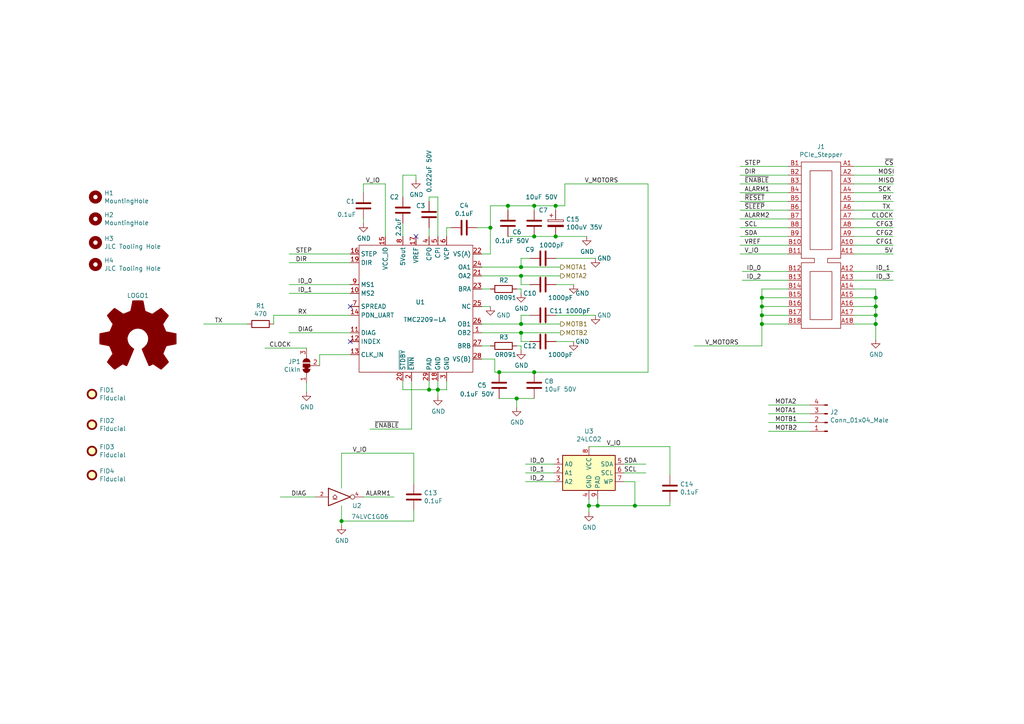
<source format=kicad_sch>
(kicad_sch (version 20201015) (generator eeschema)
  (paper "A4")
  (lib_symbols
    (symbol "24lc02:24LC02"
      (property "Reference" "U" (at -6.35 6.35 0))
      (property "Value" "24LC02" (at 1.27 6.35 0))
      (symbol "24LC02_1_1"
        (rectangle (start -7.62 5.08) (end 7.62 -5.08) (stroke (width 0.254)) (fill (type background)))
        (pin input line (at -10.16 2.54 0) (length 2.54) (name "A0") (number "1"))
        (pin input line (at -10.16 0 0) (length 2.54) (name "A1") (number "2"))
        (pin input line (at -10.16 -2.54 0) (length 2.54) (name "A2") (number "3"))
        (pin power_in line (at 0 -7.62 90) (length 2.54) (name "GND") (number "4"))
        (pin bidirectional line (at 10.16 2.54 180) (length 2.54) (name "SDA") (number "5"))
        (pin input line (at 10.16 0 180) (length 2.54) (name "SCL") (number "6"))
        (pin input line (at 10.16 -2.54 180) (length 2.54) (name "WP") (number "7"))
        (pin power_in line (at 0 7.62 270) (length 2.54) (name "VCC") (number "8"))
        (pin power_in line (at 2.54 -7.62 90) (length 2.54) (name "PAD") (number "9"))
      )
    )
    (symbol "Connector:Conn_01x04_Male" (pin_names hide)
      (property "Reference" "J" (at 0 5.08 0))
      (property "Value" "Conn_01x04_Male" (at 0 -7.62 0))
      (symbol "Conn_01x04_Male_1_1"
        (rectangle (start 0.8636 -4.953) (end 0 -5.207) (fill (type outline)))
        (rectangle (start 0.8636 -2.413) (end 0 -2.667) (fill (type outline)))
        (rectangle (start 0.8636 0.127) (end 0 -0.127) (fill (type outline)))
        (rectangle (start 0.8636 2.667) (end 0 2.413) (fill (type outline)))
        (polyline (pts (xy 1.27 -5.08) (xy 0.8636 -5.08)))
        (polyline (pts (xy 1.27 -2.54) (xy 0.8636 -2.54)))
        (polyline (pts (xy 1.27 0) (xy 0.8636 0)))
        (polyline (pts (xy 1.27 2.54) (xy 0.8636 2.54)))
        (pin passive line (at 5.08 2.54 180) (length 3.81) (name "Pin_1") (number "1"))
        (pin passive line (at 5.08 0 180) (length 3.81) (name "Pin_2") (number "2"))
        (pin passive line (at 5.08 -2.54 180) (length 3.81) (name "Pin_3") (number "3"))
        (pin passive line (at 5.08 -5.08 180) (length 3.81) (name "Pin_4") (number "4"))
      )
    )
    (symbol "Device:C" (pin_numbers hide) (pin_names (offset 0.254))
      (property "Reference" "C" (at 0.635 2.54 0))
      (property "Value" "C" (at 0.635 -2.54 0))
      (symbol "C_0_1"
        (polyline (pts (xy -2.032 -0.762) (xy 2.032 -0.762)) (stroke (width 0.508)))
        (polyline (pts (xy -2.032 0.762) (xy 2.032 0.762)) (stroke (width 0.508)))
      )
      (symbol "C_1_1"
        (pin passive line (at 0 3.81 270) (length 2.794) (name "~") (number "1"))
        (pin passive line (at 0 -3.81 90) (length 2.794) (name "~") (number "2"))
      )
    )
    (symbol "Device:CP" (pin_numbers hide) (pin_names (offset 0.254))
      (property "Reference" "C" (at 0.635 2.54 0))
      (property "Value" "CP" (at 0.635 -2.54 0))
      (symbol "CP_0_1"
        (rectangle (start -2.286 0.508) (end 2.286 1.016))
        (rectangle (start 2.286 -0.508) (end -2.286 -1.016) (fill (type outline)))
        (polyline (pts (xy -1.778 2.286) (xy -0.762 2.286)))
        (polyline (pts (xy -1.27 2.794) (xy -1.27 1.778)))
      )
      (symbol "CP_1_1"
        (pin passive line (at 0 3.81 270) (length 2.794) (name "~") (number "1"))
        (pin passive line (at 0 -3.81 90) (length 2.794) (name "~") (number "2"))
      )
    )
    (symbol "Device:R" (pin_numbers hide) (pin_names (offset 0))
      (property "Reference" "R" (at 2.032 0 90))
      (property "Value" "R" (at 0 0 90))
      (symbol "R_0_1"
        (rectangle (start -1.016 -2.54) (end 1.016 2.54) (stroke (width 0.254)))
      )
      (symbol "R_1_1"
        (pin passive line (at 0 3.81 270) (length 1.27) (name "~") (number "1"))
        (pin passive line (at 0 -3.81 90) (length 1.27) (name "~") (number "2"))
      )
    )
    (symbol "Graphic:Logo_Open_Hardware_Large"
      (symbol "Logo_Open_Hardware_Large_1_1"
        (polyline (pts (xy 6.731 -8.7122) (xy 6.6294 -8.6614) (xy 6.35 -8.4836) (xy 5.9944 -8.255) (xy 5.5372 -7.9502) (xy 5.1054 -7.6454) (xy 4.7498 -7.4168) (xy 4.4958 -7.239) (xy 4.3942 -7.1882) (xy 4.318 -7.2136) (xy 4.1148 -7.3152) (xy 3.81 -7.4676) (xy 3.6322 -7.5692) (xy 3.3528 -7.6708) (xy 3.2258 -7.6962) (xy 3.2004 -7.6708) (xy 3.0988 -7.4676) (xy 2.9464 -7.0866) (xy 2.7178 -6.604) (xy 2.4892 -6.0452) (xy 2.2352 -5.4356) (xy 1.9558 -4.826) (xy 1.7272 -4.2164) (xy 1.4986 -3.683) (xy 1.3208 -3.2512) (xy 1.2192 -2.9464) (xy 1.1684 -2.8194) (xy 1.1938 -2.794) (xy 1.3208 -2.667) (xy 1.5748 -2.4892) (xy 2.0828 -2.0574) (xy 2.6162 -1.397) (xy 2.921 -0.6604) (xy 3.048 0.1524) (xy 2.9464 0.9144) (xy 2.6416 1.6256) (xy 2.1336 2.286) (xy 1.524 2.7686) (xy 0.8128 3.0734) (xy 0 3.175) (xy -0.762 3.0988) (xy -1.4986 2.794) (xy -2.159 2.286) (xy -2.4384 1.9812) (xy -2.8194 1.3208) (xy -3.048 0.6096) (xy -3.0734 0.4318) (xy -3.0226 -0.3556) (xy -2.794 -1.0922) (xy -2.3876 -1.7526) (xy -1.8288 -2.3114) (xy -1.7526 -2.3622) (xy -1.4732 -2.5654) (xy -1.2954 -2.6924) (xy -1.1684 -2.8194) (xy -2.159 -5.207) (xy -2.3114 -5.588) (xy -2.5908 -6.2484) (xy -2.8194 -6.8072) (xy -3.0226 -7.2644) (xy -3.1496 -7.5692) (xy -3.2258 -7.6708) (xy -3.2258 -7.6962) (xy -3.302 -7.6962) (xy -3.4798 -7.6454) (xy -3.8354 -7.4676) (xy -4.0386 -7.366) (xy -4.2926 -7.239) (xy -4.4196 -7.1882) (xy -4.5212 -7.239) (xy -4.7498 -7.3914) (xy -5.1054 -7.6454) (xy -5.5372 -7.9248) (xy -5.9436 -8.2042) (xy -6.3246 -8.4582) (xy -6.604 -8.636) (xy -6.731 -8.7122) (xy -6.7564 -8.7122) (xy -6.858 -8.636) (xy -7.0866 -8.4582) (xy -7.4168 -8.1534) (xy -7.874 -7.6962) (xy -7.9502 -7.62) (xy -8.3312 -7.239) (xy -8.636 -6.9088) (xy -8.8392 -6.6802) (xy -8.9154 -6.5786) (xy -8.9154 -6.5786) (xy -8.8392 -6.4516) (xy -8.6614 -6.1722) (xy -8.4328 -5.7912) (xy -8.128 -5.3594) (xy -7.3152 -4.191) (xy -7.7724 -3.0988) (xy -7.8994 -2.7686) (xy -8.0772 -2.3622) (xy -8.2042 -2.0828) (xy -8.255 -1.9558) (xy -8.382 -1.905) (xy -8.6614 -1.8542) (xy -9.0932 -1.7526) (xy -9.6266 -1.651) (xy -10.1092 -1.5748) (xy -10.541 -1.4732) (xy -10.8712 -1.4224) (xy -11.0236 -1.397) (xy -11.049 -1.3716) (xy -11.0744 -1.2954) (xy -11.0998 -1.143) (xy -11.0998 -0.889) (xy -11.1252 -0.4572) (xy -11.1252 0.1524) (xy -11.1252 0.2286) (xy -11.0998 0.8128) (xy -11.0998 1.27) (xy -11.0744 1.5494) (xy -11.0744 1.6764) (xy -11.0744 1.6764) (xy -10.922 1.7018) (xy -10.6172 1.778) (xy -10.16 1.8542) (xy -9.652 1.9558) (xy -9.6012 1.9812) (xy -9.0932 2.0828) (xy -8.636 2.159) (xy -8.3312 2.2352) (xy -8.2042 2.286) (xy -8.1788 2.3114) (xy -8.0772 2.5146) (xy -7.9248 2.8448) (xy -7.747 3.2512) (xy -7.5692 3.6576) (xy -7.4168 4.0386) (xy -7.3152 4.318) (xy -7.2898 4.445) (xy -7.2898 4.445) (xy -7.366 4.572) (xy -7.5438 4.826) (xy -7.7978 5.207) (xy -8.128 5.6642) (xy -8.128 5.6896) (xy -8.4328 6.1468) (xy -8.6868 6.5278) (xy -8.8392 6.7818) (xy -8.9154 6.9088) (xy -8.9154 6.9088) (xy -8.8138 7.0358) (xy -8.5852 7.2898) (xy -8.255 7.6454) (xy -7.874 8.0264) (xy -7.747 8.1534) (xy -7.3152 8.5852) (xy -7.0104 8.8646) (xy -6.8326 8.9916) (xy -6.731 9.0424) (xy -6.731 9.0424) (xy -6.604 8.9408) (xy -6.3246 8.763) (xy -5.9436 8.509) (xy -5.4864 8.2042) (xy -5.461 8.1788) (xy -5.0038 7.874) (xy -4.6482 7.62) (xy -4.3688 7.4422) (xy -4.2672 7.3914) (xy -4.2418 7.3914) (xy -4.064 7.4422) (xy -3.7338 7.5438) (xy -3.3528 7.6962) (xy -2.9464 7.874) (xy -2.5654 8.0264) (xy -2.286 8.1534) (xy -2.159 8.2296) (xy -2.159 8.2296) (xy -2.1082 8.382) (xy -2.032 8.7122) (xy -1.9304 9.1694) (xy -1.8288 9.7282) (xy -1.8034 9.8044) (xy -1.7018 10.3378) (xy -1.6256 10.7696) (xy -1.5748 11.0744) (xy -1.524 11.2014) (xy -1.4478 11.2268) (xy -1.1938 11.2522) (xy -0.8128 11.2522) (xy -0.3302 11.2522) (xy 0.1524 11.2522) (xy 0.6604 11.2522) (xy 1.0668 11.2268) (xy 1.3716 11.2014) (xy 1.4986 11.176) (xy 1.4986 11.176) (xy 1.5494 11.0236) (xy 1.6256 10.6934) (xy 1.7018 10.2108) (xy 1.8288 9.6774) (xy 1.8288 9.5758) (xy 1.9304 9.0424) (xy 2.032 8.6106) (xy 2.0828 8.3058) (xy 2.1336 8.2042) (xy 2.159 8.1788) (xy 2.3876 8.0772) (xy 2.7432 7.9248) (xy 3.175 7.747) (xy 4.191 7.3406) (xy 5.461 8.2042) (xy 5.5626 8.2804) (xy 6.0198 8.5852) (xy 6.3754 8.8392) (xy 6.6294 8.9916) (xy 6.7564 9.0424) (xy 6.7564 9.0424) (xy 6.8834 8.9408) (xy 7.1374 8.7122) (xy 7.4676 8.382) (xy 7.8486 7.9756) (xy 8.1534 7.6962) (xy 8.4836 7.3406) (xy 8.7122 7.112) (xy 8.8392 6.9596) (xy 8.8646 6.858) (xy 8.8646 6.8072) (xy 8.7884 6.6802) (xy 8.6106 6.4008) (xy 8.3312 6.0198) (xy 8.0264 5.588) (xy 7.7978 5.207) (xy 7.5184 4.8006) (xy 7.3406 4.4958) (xy 7.2898 4.3434) (xy 7.2898 4.2926) (xy 7.3914 4.0386) (xy 7.5184 3.683) (xy 7.7216 3.2258) (xy 8.1534 2.2352) (xy 8.7884 2.1082) (xy 9.1948 2.0574) (xy 9.7536 1.9304) (xy 10.2616 1.8288) (xy 11.0998 1.6764) (xy 11.1252 -1.3208) (xy 10.9982 -1.3716) (xy 10.8712 -1.397) (xy 10.5664 -1.4732) (xy 10.1346 -1.5494) (xy 9.6266 -1.651) (xy 9.1948 -1.7272) (xy 8.7376 -1.8288) (xy 8.4328 -1.8796) (xy 8.2804 -1.905) (xy 8.255 -1.9558) (xy 8.1534 -2.159) (xy 7.9756 -2.5146) (xy 7.8232 -2.921) (xy 7.6454 -3.3274) (xy 7.493 -3.7338) (xy 7.366 -4.0132) (xy 7.3406 -4.191) (xy 7.3914 -4.2926) (xy 7.5692 -4.5466) (xy 7.7978 -4.9276) (xy 8.1026 -5.3594) (xy 8.4074 -5.7912) (xy 8.6614 -6.1722) (xy 8.8138 -6.4262) (xy 8.89 -6.5532) (xy 8.8646 -6.6548) (xy 8.6868 -6.858) (xy 8.3566 -7.1882) (xy 7.874 -7.6708) (xy 7.7978 -7.747) (xy 7.3914 -8.128) (xy 7.0612 -8.4328) (xy 6.8326 -8.636) (xy 6.731 -8.7122)) (fill (type outline)))
      )
    )
    (symbol "Jumper:SolderJumper_3_Bridged12" (pin_names (offset 0) hide)
      (property "Reference" "JP" (at -2.54 -2.54 0))
      (property "Value" "SolderJumper_3_Bridged12" (at 0 2.794 0))
      (symbol "SolderJumper_3_Bridged12_0_1"
        (arc (start -1.016 1.016) (end -1.016 -1.016) (radius (at -1.016 0) (length 1.016) (angles 90.1 -90.1)))
        (arc (start -1.016 1.016) (end -1.016 -1.016) (radius (at -1.016 0) (length 1.016) (angles 90.1 -90.1)) (fill (type outline)))
        (arc (start 1.016 -1.016) (end 1.016 1.016) (radius (at 1.016 0) (length 1.016) (angles -89.9 89.9)))
        (arc (start 1.016 -1.016) (end 1.016 1.016) (radius (at 1.016 0) (length 1.016) (angles -89.9 89.9)) (fill (type outline)))
        (rectangle (start -1.016 0.508) (end -0.508 -0.508) (fill (type outline)))
        (rectangle (start -0.508 1.016) (end 0.508 -1.016) (fill (type outline)))
        (polyline (pts (xy -2.54 0) (xy -2.032 0)))
        (polyline (pts (xy -1.016 1.016) (xy -1.016 -1.016)))
        (polyline (pts (xy 0 -1.27) (xy 0 -1.016)))
        (polyline (pts (xy 1.016 1.016) (xy 1.016 -1.016)))
        (polyline (pts (xy 2.54 0) (xy 2.032 0)))
      )
      (symbol "SolderJumper_3_Bridged12_1_1"
        (pin passive line (at -5.08 0 0) (length 2.54) (name "A") (number "1"))
        (pin input line (at 0 -3.81 90) (length 2.54) (name "C") (number "2"))
        (pin passive line (at 5.08 0 180) (length 2.54) (name "B") (number "3"))
      )
    )
    (symbol "Logic_74xgxx:74LVC1G06"
      (property "Reference" "U" (at -2.54 3.81 0))
      (property "Value" "74LVC1G06" (at 0 -3.81 0))
      (symbol "74LVC1G06_0_1"
        (polyline (pts (xy -2.54 -0.635) (xy -1.27 -0.635)))
        (polyline (pts (xy -3.81 2.54) (xy -3.81 -2.54) (xy 2.54 0) (xy -3.81 2.54)) (stroke (width 0.254)))
        (polyline (pts (xy -1.905 0.635) (xy -2.54 0) (xy -1.905 -0.635) (xy -1.27 0) (xy -1.905 0.635)))
      )
      (symbol "74LVC1G06_1_1"
        (pin input line (at -7.62 0 0) (length 3.81) (name "~") (number "2"))
        (pin power_in line (at 0 -2.54 270) (length 0) hide (name "GND") (number "3"))
        (pin open_collector inverted (at 6.35 0 180) (length 3.81) (name "~") (number "4"))
        (pin power_in line (at 0 2.54 90) (length 0) hide (name "VCC") (number "5"))
      )
    )
    (symbol "Mechanical:Fiducial"
      (property "Reference" "FID" (at 0 5.08 0))
      (property "Value" "Fiducial" (at 0 3.175 0))
      (symbol "Fiducial_0_1"
        (circle (center 0 0) (radius 1.27) (stroke (width 0.508)) (fill (type background)))
      )
    )
    (symbol "Mechanical:MountingHole"
      (property "Reference" "H" (at 0 5.08 0))
      (property "Value" "MountingHole" (at 0 3.175 0))
      (symbol "MountingHole_0_1"
        (circle (center 0 0) (radius 1.27) (stroke (width 1.27)))
      )
    )
    (symbol "power:GND" (power) (pin_names (offset 0))
      (property "Value" "GND" (at 0 -3.81 0))
      (symbol "GND_0_1"
        (polyline (pts (xy 0 0) (xy 0 -1.27) (xy 1.27 -1.27) (xy 0 -2.54) (xy -1.27 -1.27) (xy 0 -1.27)))
      )
      (symbol "GND_1_1"
        (pin power_in line (at 0 0 270) (length 0) hide (name "GND") (number "1"))
      )
    )
    (symbol "stp_conn_v2:PCIe_Stepper"
      (property "Reference" "J" (at 0 12.7 0))
      (property "Value" "PCIe_Stepper" (at 1.27 29.21 0))
      (symbol "PCIe_Stepper_0_1"
        (rectangle (start -2.54 -3.81) (end 3.81 -17.78))
        (rectangle (start -2.54 25.4) (end 3.81 2.54))
        (polyline (pts (xy -5.08 27.94) (xy 6.35 27.94) (xy 6.35 0) (xy 2.54 0) (xy 2.54 -1.27) (xy 6.35 -1.27) (xy 6.35 -20.32) (xy -5.08 -20.32) (xy -5.08 -1.27) (xy -1.27 -1.27) (xy -1.27 0) (xy -5.08 0) (xy -5.08 27.94)))
      )
      (symbol "PCIe_Stepper_1_1"
        (pin unspecified line (at 10.16 26.67 180) (length 3.81) (name "~") (number "A1"))
        (pin unspecified line (at 10.16 3.81 180) (length 3.81) (name "~") (number "A10"))
        (pin unspecified line (at 10.16 1.27 180) (length 3.81) (name "~") (number "A11"))
        (pin unspecified line (at 10.16 -3.81 180) (length 3.81) (name "~") (number "A12"))
        (pin unspecified line (at 10.16 -6.35 180) (length 3.81) (name "~") (number "A13"))
        (pin unspecified line (at 10.16 -8.89 180) (length 3.81) (name "~") (number "A14"))
        (pin unspecified line (at 10.16 -11.43 180) (length 3.81) (name "~") (number "A15"))
        (pin unspecified line (at 10.16 -13.97 180) (length 3.81) (name "~") (number "A16"))
        (pin unspecified line (at 10.16 -16.51 180) (length 3.81) (name "~") (number "A17"))
        (pin unspecified line (at 10.16 -19.05 180) (length 3.81) (name "~") (number "A18"))
        (pin unspecified line (at 10.16 24.13 180) (length 3.81) (name "~") (number "A2"))
        (pin unspecified line (at 10.16 21.59 180) (length 3.81) (name "~") (number "A3"))
        (pin unspecified line (at 10.16 19.05 180) (length 3.81) (name "~") (number "A4"))
        (pin unspecified line (at 10.16 16.51 180) (length 3.81) (name "~") (number "A5"))
        (pin unspecified line (at 10.16 13.97 180) (length 3.81) (name "~") (number "A6"))
        (pin unspecified line (at 10.16 11.43 180) (length 3.81) (name "~") (number "A7"))
        (pin unspecified line (at 10.16 8.89 180) (length 3.81) (name "~") (number "A8"))
        (pin unspecified line (at 10.16 6.35 180) (length 3.81) (name "~") (number "A9"))
        (pin unspecified line (at -8.89 26.67 0) (length 3.81) (name "~") (number "B1"))
        (pin unspecified line (at -8.89 3.81 0) (length 3.81) (name "~") (number "B10"))
        (pin unspecified line (at -8.89 1.27 0) (length 3.81) (name "~") (number "B11"))
        (pin unspecified line (at -8.89 -3.81 0) (length 3.81) (name "~") (number "B12"))
        (pin unspecified line (at -8.89 -6.35 0) (length 3.81) (name "~") (number "B13"))
        (pin unspecified line (at -8.89 -8.89 0) (length 3.81) (name "~") (number "B14"))
        (pin unspecified line (at -8.89 -11.43 0) (length 3.81) (name "~") (number "B15"))
        (pin unspecified line (at -8.89 -13.97 0) (length 3.81) (name "~") (number "B16"))
        (pin unspecified line (at -8.89 -16.51 0) (length 3.81) (name "~") (number "B17"))
        (pin unspecified line (at -8.89 -19.05 0) (length 3.81) (name "~") (number "B18"))
        (pin unspecified line (at -8.89 24.13 0) (length 3.81) (name "~") (number "B2"))
        (pin unspecified line (at -8.89 21.59 0) (length 3.81) (name "~") (number "B3"))
        (pin unspecified line (at -8.89 19.05 0) (length 3.81) (name "~") (number "B4"))
        (pin unspecified line (at -8.89 16.51 0) (length 3.81) (name "~") (number "B5"))
        (pin unspecified line (at -8.89 13.97 0) (length 3.81) (name "~") (number "B6"))
        (pin unspecified line (at -8.89 11.43 0) (length 3.81) (name "~") (number "B7"))
        (pin unspecified line (at -8.89 8.89 0) (length 3.81) (name "~") (number "B8"))
        (pin unspecified line (at -8.89 6.35 0) (length 3.81) (name "~") (number "B9"))
      )
    )
    (symbol "tmc2209:TMC2209-LA"
      (property "Reference" "U" (at -2.54 6.35 0))
      (property "Value" "TMC2209-LA" (at 2.54 -6.35 0))
      (symbol "TMC2209-LA_0_0"
        (rectangle (start -16.51 19.05) (end 16.51 -17.78))
      )
      (symbol "TMC2209-LA_1_1"
        (pin output line (at 19.05 -6.35 180) (length 2.54) (name "OB2") (number "1"))
        (pin input line (at -19.05 5.08 0) (length 2.54) (name "MS2") (number "10"))
        (pin output line (at -19.05 -6.35 0) (length 2.54) (name "DIAG") (number "11"))
        (pin output line (at -19.05 -8.89 0) (length 2.54) (name "INDEX") (number "12"))
        (pin power_in line (at -19.05 -12.7 0) (length 2.54) (name "CLK_IN") (number "13"))
        (pin bidirectional line (at -19.05 -1.27 0) (length 2.54) (name "PDN_UART") (number "14"))
        (pin power_in line (at -8.89 21.59 270) (length 2.54) (name "VCC_IO") (number "15"))
        (pin input line (at -19.05 16.51 0) (length 2.54) (name "STEP") (number "16"))
        (pin passive line (at 0 21.59 270) (length 2.54) (name "VREF") (number "17"))
        (pin passive line (at 6.35 -20.32 90) (length 2.54) (name "GND") (number "18"))
        (pin input line (at -19.05 13.97 0) (length 2.54) (name "DIR") (number "19"))
        (pin input line (at -1.27 -20.32 90) (length 2.54) (name "~ENN") (number "2"))
        (pin input line (at -3.81 -20.32 90) (length 2.54) (name "~STDBY") (number "20"))
        (pin output line (at 19.05 10.16 180) (length 2.54) (name "OA2") (number "21"))
        (pin power_in line (at 19.05 16.51 180) (length 2.54) (name "VS(A)") (number "22"))
        (pin input line (at 19.05 6.35 180) (length 2.54) (name "BRA") (number "23"))
        (pin output line (at 19.05 12.7 180) (length 2.54) (name "OA1") (number "24"))
        (pin passive line (at 19.05 1.27 180) (length 2.54) (name "NC") (number "25"))
        (pin output line (at 19.05 -3.81 180) (length 2.54) (name "OB1") (number "26"))
        (pin input line (at 19.05 -10.16 180) (length 2.54) (name "BRB") (number "27"))
        (pin power_in line (at 19.05 -13.97 180) (length 2.54) (name "VS(B)") (number "28"))
        (pin passive line (at 3.81 -20.32 90) (length 2.54) (name "PAD") (number "29"))
        (pin passive line (at 8.89 -20.32 90) (length 2.54) (name "GND") (number "3"))
        (pin passive line (at 3.81 21.59 270) (length 2.54) (name "CPO") (number "4"))
        (pin passive line (at 6.35 21.59 270) (length 2.54) (name "CPI") (number "5"))
        (pin power_out line (at 8.89 21.59 270) (length 2.54) (name "VCP") (number "6"))
        (pin input line (at -19.05 1.27 0) (length 2.54) (name "SPREAD") (number "7"))
        (pin power_out line (at -3.81 21.59 270) (length 2.54) (name "5Vout") (number "8"))
        (pin input line (at -19.05 7.62 0) (length 2.54) (name "MS1") (number "9"))
      )
    )
  )
  (junction (at 99.06 151.13) (diameter 1.016))
  (junction (at 124.46 113.03) (diameter 1.016))
  (junction (at 127 113.03) (diameter 1.016))
  (junction (at 142.24 66.04) (diameter 1.016))
  (junction (at 144.78 107.95) (diameter 1.016))
  (junction (at 147.32 59.69) (diameter 1.016))
  (junction (at 149.86 115.57) (diameter 1.016))
  (junction (at 151.13 77.47) (diameter 1.016))
  (junction (at 151.13 80.01) (diameter 1.016))
  (junction (at 151.13 93.98) (diameter 1.016))
  (junction (at 151.13 96.52) (diameter 1.016))
  (junction (at 154.94 59.69) (diameter 1.016))
  (junction (at 154.94 68.58) (diameter 1.016))
  (junction (at 154.94 107.95) (diameter 1.016))
  (junction (at 161.163 59.69) (diameter 1.016))
  (junction (at 161.163 68.58) (diameter 1.016))
  (junction (at 170.815 146.685) (diameter 1.016))
  (junction (at 173.355 146.685) (diameter 1.016))
  (junction (at 184.15 146.685) (diameter 1.016))
  (junction (at 220.98 86.36) (diameter 1.016))
  (junction (at 220.98 88.9) (diameter 1.016))
  (junction (at 220.98 91.44) (diameter 1.016))
  (junction (at 220.98 93.98) (diameter 1.016))
  (junction (at 254 86.36) (diameter 1.016))
  (junction (at 254 88.9) (diameter 1.016))
  (junction (at 254 91.44) (diameter 1.016))
  (junction (at 254 93.98) (diameter 1.016))
  (no_connect (at 101.6 88.9))
  (no_connect (at 101.6 99.06))
  (no_connect (at 120.65 68.58))
  (wire (pts (xy 71.755 93.98) (xy 59.055 93.98)))
  (wire (pts (xy 76.835 100.965) (xy 88.9 100.965)))
  (wire (pts (xy 79.375 91.44) (xy 79.375 93.98)))
  (wire (pts (xy 79.375 91.44) (xy 101.6 91.44)))
  (wire (pts (xy 81.28 144.145) (xy 91.44 144.145)))
  (wire (pts (xy 83.82 73.66) (xy 101.6 73.66)))
  (wire (pts (xy 83.82 76.2) (xy 101.6 76.2)))
  (wire (pts (xy 83.82 82.55) (xy 101.6 82.55)))
  (wire (pts (xy 83.82 85.09) (xy 101.6 85.09)))
  (wire (pts (xy 83.82 96.52) (xy 101.6 96.52)))
  (wire (pts (xy 88.9 111.125) (xy 88.9 113.665)))
  (wire (pts (xy 92.71 102.87) (xy 92.71 106.045)))
  (wire (pts (xy 92.71 102.87) (xy 101.6 102.87)))
  (wire (pts (xy 99.06 131.445) (xy 99.06 141.605)))
  (wire (pts (xy 99.06 131.445) (xy 120.015 131.445)))
  (wire (pts (xy 99.06 146.685) (xy 99.06 151.13)))
  (wire (pts (xy 99.06 151.13) (xy 99.06 152.4)))
  (wire (pts (xy 105.41 53.34) (xy 111.76 53.34)))
  (wire (pts (xy 105.41 55.88) (xy 105.41 53.34)))
  (wire (pts (xy 105.41 63.5) (xy 105.41 64.77)))
  (wire (pts (xy 105.41 144.145) (xy 114.3 144.145)))
  (wire (pts (xy 111.76 53.34) (xy 111.76 68.58)))
  (wire (pts (xy 116.84 50.8) (xy 116.84 57.15)))
  (wire (pts (xy 116.84 64.77) (xy 116.84 68.58)))
  (wire (pts (xy 116.84 110.49) (xy 116.84 113.03)))
  (wire (pts (xy 116.84 113.03) (xy 124.46 113.03)))
  (wire (pts (xy 119.38 110.49) (xy 119.38 124.46)))
  (wire (pts (xy 119.38 124.46) (xy 107.315 124.46)))
  (wire (pts (xy 120.015 140.335) (xy 120.015 131.445)))
  (wire (pts (xy 120.015 147.955) (xy 120.015 151.13)))
  (wire (pts (xy 120.015 151.13) (xy 99.06 151.13)))
  (wire (pts (xy 120.65 50.8) (xy 116.84 50.8)))
  (wire (pts (xy 120.65 52.07) (xy 120.65 50.8)))
  (wire (pts (xy 124.46 57.15) (xy 124.46 58.42)))
  (wire (pts (xy 124.46 66.04) (xy 124.46 68.58)))
  (wire (pts (xy 124.46 113.03) (xy 124.46 110.49)))
  (wire (pts (xy 127 57.15) (xy 124.46 57.15)))
  (wire (pts (xy 127 68.58) (xy 127 57.15)))
  (wire (pts (xy 127 110.49) (xy 127 113.03)))
  (wire (pts (xy 127 113.03) (xy 124.46 113.03)))
  (wire (pts (xy 127 113.03) (xy 127 114.935)))
  (wire (pts (xy 129.54 66.04) (xy 129.54 68.58)))
  (wire (pts (xy 129.54 110.49) (xy 129.54 113.03)))
  (wire (pts (xy 129.54 113.03) (xy 127 113.03)))
  (wire (pts (xy 130.81 66.04) (xy 129.54 66.04)))
  (wire (pts (xy 138.43 66.04) (xy 142.24 66.04)))
  (wire (pts (xy 139.7 77.47) (xy 151.13 77.47)))
  (wire (pts (xy 139.7 104.14) (xy 143.51 104.14)))
  (wire (pts (xy 142.24 59.69) (xy 142.24 66.04)))
  (wire (pts (xy 142.24 59.69) (xy 147.32 59.69)))
  (wire (pts (xy 142.24 66.04) (xy 142.24 73.66)))
  (wire (pts (xy 142.24 73.66) (xy 139.7 73.66)))
  (wire (pts (xy 142.24 83.82) (xy 139.7 83.82)))
  (wire (pts (xy 142.24 88.9) (xy 139.7 88.9)))
  (wire (pts (xy 142.24 100.33) (xy 139.7 100.33)))
  (wire (pts (xy 143.51 104.14) (xy 143.51 107.95)))
  (wire (pts (xy 143.51 107.95) (xy 144.78 107.95)))
  (wire (pts (xy 144.78 115.57) (xy 149.86 115.57)))
  (wire (pts (xy 147.32 59.69) (xy 154.94 59.69)))
  (wire (pts (xy 147.32 60.96) (xy 147.32 59.69)))
  (wire (pts (xy 149.86 115.57) (xy 149.86 118.11)))
  (wire (pts (xy 151.13 74.93) (xy 151.13 77.47)))
  (wire (pts (xy 151.13 77.47) (xy 162.56 77.47)))
  (wire (pts (xy 151.13 80.01) (xy 139.7 80.01)))
  (wire (pts (xy 151.13 82.55) (xy 151.13 80.01)))
  (wire (pts (xy 151.13 83.82) (xy 149.86 83.82)))
  (wire (pts (xy 151.13 85.09) (xy 151.13 83.82)))
  (wire (pts (xy 151.13 91.44) (xy 151.13 93.98)))
  (wire (pts (xy 151.13 93.98) (xy 139.7 93.98)))
  (wire (pts (xy 151.13 96.52) (xy 139.7 96.52)))
  (wire (pts (xy 151.13 99.06) (xy 151.13 96.52)))
  (wire (pts (xy 151.13 100.33) (xy 149.86 100.33)))
  (wire (pts (xy 151.13 101.6) (xy 151.13 100.33)))
  (wire (pts (xy 153.67 74.93) (xy 151.13 74.93)))
  (wire (pts (xy 153.67 82.55) (xy 151.13 82.55)))
  (wire (pts (xy 153.67 91.44) (xy 151.13 91.44)))
  (wire (pts (xy 153.67 99.06) (xy 151.13 99.06)))
  (wire (pts (xy 154.94 59.69) (xy 161.163 59.69)))
  (wire (pts (xy 154.94 60.96) (xy 154.94 59.69)))
  (wire (pts (xy 154.94 68.58) (xy 147.32 68.58)))
  (wire (pts (xy 154.94 68.58) (xy 161.163 68.58)))
  (wire (pts (xy 154.94 107.95) (xy 144.78 107.95)))
  (wire (pts (xy 154.94 107.95) (xy 187.96 107.95)))
  (wire (pts (xy 154.94 115.57) (xy 149.86 115.57)))
  (wire (pts (xy 160.655 134.62) (xy 152.4 134.62)))
  (wire (pts (xy 160.655 137.16) (xy 152.4 137.16)))
  (wire (pts (xy 160.655 139.7) (xy 152.4 139.7)))
  (wire (pts (xy 161.163 59.69) (xy 163.83 59.69)))
  (wire (pts (xy 161.163 60.96) (xy 161.163 59.69)))
  (wire (pts (xy 161.163 68.58) (xy 170.18 68.58)))
  (wire (pts (xy 162.56 80.01) (xy 151.13 80.01)))
  (wire (pts (xy 162.56 93.98) (xy 151.13 93.98)))
  (wire (pts (xy 162.56 96.52) (xy 151.13 96.52)))
  (wire (pts (xy 163.83 53.34) (xy 163.83 59.69)))
  (wire (pts (xy 166.37 82.55) (xy 161.29 82.55)))
  (wire (pts (xy 166.37 99.06) (xy 161.29 99.06)))
  (wire (pts (xy 170.815 146.685) (xy 170.815 144.78)))
  (wire (pts (xy 170.815 148.59) (xy 170.815 146.685)))
  (wire (pts (xy 172.72 74.93) (xy 161.29 74.93)))
  (wire (pts (xy 172.72 91.44) (xy 161.29 91.44)))
  (wire (pts (xy 173.355 144.78) (xy 173.355 146.685)))
  (wire (pts (xy 173.355 146.685) (xy 170.815 146.685)))
  (wire (pts (xy 180.975 134.62) (xy 187.325 134.62)))
  (wire (pts (xy 180.975 137.16) (xy 187.325 137.16)))
  (wire (pts (xy 180.975 139.7) (xy 184.15 139.7)))
  (wire (pts (xy 184.15 139.7) (xy 184.15 146.685)))
  (wire (pts (xy 184.15 146.685) (xy 173.355 146.685)))
  (wire (pts (xy 187.96 53.34) (xy 163.83 53.34)))
  (wire (pts (xy 187.96 107.95) (xy 187.96 53.34)))
  (wire (pts (xy 194.31 129.54) (xy 170.815 129.54)))
  (wire (pts (xy 194.31 129.54) (xy 194.31 137.795)))
  (wire (pts (xy 194.31 145.415) (xy 194.31 146.685)))
  (wire (pts (xy 194.31 146.685) (xy 184.15 146.685)))
  (wire (pts (xy 220.98 83.82) (xy 220.98 86.36)))
  (wire (pts (xy 220.98 86.36) (xy 220.98 88.9)))
  (wire (pts (xy 220.98 88.9) (xy 220.98 91.44)))
  (wire (pts (xy 220.98 91.44) (xy 220.98 93.98)))
  (wire (pts (xy 220.98 93.98) (xy 220.98 100.33)))
  (wire (pts (xy 220.98 100.33) (xy 201.295 100.33)))
  (wire (pts (xy 228.6 48.26) (xy 214.63 48.26)))
  (wire (pts (xy 228.6 50.8) (xy 214.63 50.8)))
  (wire (pts (xy 228.6 53.34) (xy 214.63 53.34)))
  (wire (pts (xy 228.6 55.88) (xy 214.63 55.88)))
  (wire (pts (xy 228.6 58.42) (xy 214.63 58.42)))
  (wire (pts (xy 228.6 60.96) (xy 214.63 60.96)))
  (wire (pts (xy 228.6 63.5) (xy 214.63 63.5)))
  (wire (pts (xy 228.6 66.04) (xy 214.63 66.04)))
  (wire (pts (xy 228.6 68.58) (xy 214.63 68.58)))
  (wire (pts (xy 228.6 71.12) (xy 214.63 71.12)))
  (wire (pts (xy 228.6 73.66) (xy 214.63 73.66)))
  (wire (pts (xy 228.6 78.74) (xy 215.265 78.74)))
  (wire (pts (xy 228.6 81.28) (xy 215.265 81.28)))
  (wire (pts (xy 228.6 83.82) (xy 220.98 83.82)))
  (wire (pts (xy 228.6 86.36) (xy 220.98 86.36)))
  (wire (pts (xy 228.6 88.9) (xy 220.98 88.9)))
  (wire (pts (xy 228.6 91.44) (xy 220.98 91.44)))
  (wire (pts (xy 228.6 93.98) (xy 220.98 93.98)))
  (wire (pts (xy 234.95 117.475) (xy 222.885 117.475)))
  (wire (pts (xy 234.95 120.015) (xy 222.885 120.015)))
  (wire (pts (xy 234.95 122.555) (xy 222.885 122.555)))
  (wire (pts (xy 234.95 125.095) (xy 222.885 125.095)))
  (wire (pts (xy 247.65 48.26) (xy 259.08 48.26)))
  (wire (pts (xy 247.65 50.8) (xy 259.08 50.8)))
  (wire (pts (xy 247.65 53.34) (xy 259.08 53.34)))
  (wire (pts (xy 247.65 55.88) (xy 259.08 55.88)))
  (wire (pts (xy 247.65 58.42) (xy 259.08 58.42)))
  (wire (pts (xy 247.65 60.96) (xy 259.08 60.96)))
  (wire (pts (xy 247.65 63.5) (xy 259.08 63.5)))
  (wire (pts (xy 247.65 66.04) (xy 259.08 66.04)))
  (wire (pts (xy 247.65 68.58) (xy 259.08 68.58)))
  (wire (pts (xy 247.65 71.12) (xy 259.08 71.12)))
  (wire (pts (xy 247.65 73.66) (xy 259.08 73.66)))
  (wire (pts (xy 247.65 78.74) (xy 259.08 78.74)))
  (wire (pts (xy 247.65 81.28) (xy 259.08 81.28)))
  (wire (pts (xy 247.65 83.82) (xy 254 83.82)))
  (wire (pts (xy 247.65 86.36) (xy 254 86.36)))
  (wire (pts (xy 247.65 88.9) (xy 254 88.9)))
  (wire (pts (xy 247.65 91.44) (xy 254 91.44)))
  (wire (pts (xy 247.65 93.98) (xy 254 93.98)))
  (wire (pts (xy 254 83.82) (xy 254 86.36)))
  (wire (pts (xy 254 86.36) (xy 254 88.9)))
  (wire (pts (xy 254 88.9) (xy 254 91.44)))
  (wire (pts (xy 254 91.44) (xy 254 93.98)))
  (wire (pts (xy 254 93.98) (xy 254 98.425)))
  (label "TX" (at 62.23 93.98 0))
  (label "CLOCK" (at 84.455 100.965 180))
  (label "DIAG" (at 84.455 144.145 0))
  (label "STEP" (at 85.725 73.66 0))
  (label "DIR" (at 85.725 76.2 0))
  (label "ID_0" (at 86.36 82.55 0))
  (label "ID_1" (at 86.36 85.09 0))
  (label "RX" (at 86.36 91.44 0))
  (label "DIAG" (at 86.36 96.52 0))
  (label "V_IO" (at 102.235 131.445 0))
  (label "V_IO" (at 106.045 53.34 0))
  (label "ALARM1" (at 106.045 144.145 0))
  (label "~ENABLE" (at 108.585 124.46 0))
  (label "ID_0" (at 153.67 134.62 0))
  (label "ID_1" (at 153.67 137.16 0))
  (label "ID_2" (at 153.67 139.7 0))
  (label "V_MOTORS" (at 169.545 53.34 0))
  (label "V_IO" (at 175.895 129.54 0))
  (label "SDA" (at 180.975 134.62 0))
  (label "SCL" (at 180.975 137.16 0))
  (label "V_MOTORS" (at 204.47 100.33 0))
  (label "STEP" (at 215.9 48.26 0))
  (label "DIR" (at 215.9 50.8 0))
  (label "~ENABLE" (at 215.9 53.34 0))
  (label "ALARM1" (at 215.9 55.88 0))
  (label "~RESET" (at 215.9 58.42 0))
  (label "~SLEEP" (at 215.9 60.96 0))
  (label "ALARM2" (at 215.9 63.5 0))
  (label "SCL" (at 215.9 66.04 0))
  (label "SDA" (at 215.9 68.58 0))
  (label "VREF" (at 215.9 71.12 0))
  (label "V_IO" (at 215.9 73.66 0))
  (label "ID_0" (at 216.535 78.74 0))
  (label "ID_2" (at 216.535 81.28 0))
  (label "MOTA2" (at 224.79 117.475 0))
  (label "MOTA1" (at 224.79 120.015 0))
  (label "MOTB1" (at 224.79 122.555 0))
  (label "MOTB2" (at 224.79 125.095 0))
  (label "CLOCK" (at 252.73 63.5 0))
  (label "CFG3" (at 254 66.04 0))
  (label "CFG2" (at 254 68.58 0))
  (label "CFG1" (at 254 71.12 0))
  (label "ID_1" (at 254 78.74 0))
  (label "ID_3" (at 254 81.28 0))
  (label "MOSI" (at 254.635 50.8 0))
  (label "MISO" (at 254.635 53.34 0))
  (label "SCK" (at 254.635 55.88 0))
  (label "RX" (at 255.905 58.42 0))
  (label "TX" (at 255.905 60.96 0))
  (label "~CS" (at 256.54 48.26 0))
  (label "5V" (at 256.54 73.66 0))
  (hierarchical_label "MOTA1" (shape output) (at 162.56 77.47 0))
  (hierarchical_label "MOTA2" (shape output) (at 162.56 80.01 0))
  (hierarchical_label "MOTB1" (shape output) (at 162.56 93.98 0))
  (hierarchical_label "MOTB2" (shape output) (at 162.56 96.52 0))
  (symbol (lib_id "power:GND") (at 88.9 113.665 0) (unit 1)
    (property "Reference" "#PWR01" (effects hide))
    (property "Value" "GND" (at 89.027 118.0592 0))
  )
  (symbol (lib_id "power:GND") (at 99.06 152.4 0) (unit 1)
    (property "Reference" "#PWR03" (effects hide))
    (property "Value" "GND" (at 99.187 156.7942 0))
  )
  (symbol (lib_id "power:GND") (at 105.41 64.77 0) (unit 1)
    (property "Reference" "#PWR0140" (effects hide))
    (property "Value" "GND" (at 105.537 69.1642 0))
  )
  (symbol (lib_id "power:GND") (at 120.65 52.07 0) (unit 1)
    (property "Reference" "#PWR0141" (effects hide))
    (property "Value" "GND" (at 120.777 56.4642 0))
  )
  (symbol (lib_id "power:GND") (at 127 114.935 0) (unit 1)
    (property "Reference" "#PWR0144" (effects hide))
    (property "Value" "GND" (at 127.127 119.3292 0))
  )
  (symbol (lib_id "power:GND") (at 142.24 88.9 0) (unit 1)
    (property "Reference" "#PWR0147" (effects hide))
    (property "Value" "GND" (at 146.05 91.44 0))
  )
  (symbol (lib_id "power:GND") (at 149.86 118.11 0) (unit 1)
    (property "Reference" "#PWR0146" (effects hide))
    (property "Value" "GND" (at 149.987 122.5042 0))
  )
  (symbol (lib_id "power:GND") (at 151.13 85.09 0) (unit 1)
    (property "Reference" "#PWR0142" (effects hide))
    (property "Value" "GND" (at 151.257 89.4842 0))
  )
  (symbol (lib_id "power:GND") (at 151.13 101.6 0) (unit 1)
    (property "Reference" "#PWR0143" (effects hide))
    (property "Value" "GND" (at 151.257 105.9942 0))
  )
  (symbol (lib_id "power:GND") (at 166.37 82.55 0) (unit 1)
    (property "Reference" "#PWR072" (effects hide))
    (property "Value" "GND" (at 168.91 85.09 0))
  )
  (symbol (lib_id "power:GND") (at 166.37 99.06 0) (unit 1)
    (property "Reference" "#PWR074" (effects hide))
    (property "Value" "GND" (at 168.91 99.06 0))
  )
  (symbol (lib_id "power:GND") (at 170.18 68.58 0) (unit 1)
    (property "Reference" "#PWR0145" (effects hide))
    (property "Value" "GND" (at 170.307 72.9742 0))
  )
  (symbol (lib_id "power:GND") (at 170.815 148.59 0) (unit 1)
    (property "Reference" "#PWR04" (effects hide))
    (property "Value" "GND" (at 170.942 152.9842 0))
  )
  (symbol (lib_id "power:GND") (at 172.72 74.93 0) (unit 1)
    (property "Reference" "#PWR071" (effects hide))
    (property "Value" "GND" (at 175.26 74.93 0))
  )
  (symbol (lib_id "power:GND") (at 172.72 91.44 0) (unit 1)
    (property "Reference" "#PWR073" (effects hide))
    (property "Value" "GND" (at 175.26 91.44 0))
  )
  (symbol (lib_id "power:GND") (at 254 98.425 0) (unit 1)
    (property "Reference" "#PWR02" (effects hide))
    (property "Value" "GND" (at 254.127 102.8192 0))
  )
  (symbol (lib_id "Mechanical:Fiducial") (at 26.67 114.3 0) (unit 1) (in_bom no)
    (property "Reference" "FID1" (at 28.829 113.1316 0) (effects (justify left)))
    (property "Value" "Fiducial" (at 28.829 115.443 0) (effects (justify left)))
    (property "Footprint" "PrntrBoardV2:Fiducial_1mm_Dia_2.54mm_Outer_CopperTop" (effects hide))
  )
  (symbol (lib_id "Mechanical:Fiducial") (at 26.67 123.19 0) (unit 1) (in_bom no)
    (property "Reference" "FID2" (at 28.829 122.0216 0) (effects (justify left)))
    (property "Value" "Fiducial" (at 28.829 124.333 0) (effects (justify left)))
    (property "Footprint" "PrntrBoardV2:Fiducial_1mm_Dia_2.54mm_Outer_CopperTop" (effects hide))
  )
  (symbol (lib_id "Mechanical:Fiducial") (at 26.67 130.81 0) (unit 1) (in_bom no)
    (property "Reference" "FID3" (at 28.829 129.6416 0) (effects (justify left)))
    (property "Value" "Fiducial" (at 28.829 131.953 0) (effects (justify left)))
    (property "Footprint" "PrntrBoardV2:Fiducial_1mm_Dia_2.54mm_Outer_CopperTop" (effects hide))
  )
  (symbol (lib_id "Mechanical:Fiducial") (at 26.67 137.795 0) (unit 1) (in_bom no)
    (property "Reference" "FID4" (at 28.829 136.6266 0) (effects (justify left)))
    (property "Value" "Fiducial" (at 28.829 138.938 0) (effects (justify left)))
    (property "Footprint" "PrntrBoardV2:Fiducial_1mm_Dia_2.54mm_Outer_CopperTop" (effects hide))
  )
  (symbol (lib_id "Mechanical:MountingHole") (at 27.686 57.15 0) (unit 1) (in_bom no)
    (property "Reference" "H1" (at 30.226 55.9816 0) (effects (justify left)))
    (property "Value" "MountingHole" (at 30.226 58.293 0) (effects (justify left)))
    (property "Footprint" "MountingHole:MountingHole_2.7mm_M2.5" (effects hide))
  )
  (symbol (lib_id "Mechanical:MountingHole") (at 27.686 63.5 0) (unit 1) (in_bom no)
    (property "Reference" "H2" (at 30.226 62.3316 0) (effects (justify left)))
    (property "Value" "MountingHole" (at 30.226 64.643 0) (effects (justify left)))
    (property "Footprint" "MountingHole:MountingHole_2.7mm_M2.5" (effects hide))
  )
  (symbol (lib_id "Mechanical:MountingHole") (at 27.686 70.358 0) (unit 1) (in_bom no)
    (property "Reference" "H3" (at 30.226 69.1896 0) (effects (justify left)))
    (property "Value" "JLC Tooling Hole" (at 30.226 71.501 0) (effects (justify left)))
    (property "Footprint" "PrntrBoardV2:JLC_Tool_hole" (effects hide))
  )
  (symbol (lib_id "Mechanical:MountingHole") (at 27.686 76.708 0) (unit 1) (in_bom no)
    (property "Reference" "H4" (at 30.226 75.5396 0) (effects (justify left)))
    (property "Value" "JLC Tooling Hole" (at 30.226 77.851 0) (effects (justify left)))
    (property "Footprint" "PrntrBoardV2:JLC_Tool_hole" (effects hide))
  )
  (symbol (lib_id "Device:R") (at 75.565 93.98 270) (unit 1)
    (property "Reference" "R1" (at 75.565 88.7222 90))
    (property "Value" "470" (at 75.565 91.0336 90))
    (property "Footprint" "PrntrBoardV2:R_0603_1608Metric" (effects hide))
    (property "Part #" "0603WAF4700T5E" (effects hide))
    (property "LCSC Part #" "C23179" (effects hide))
  )
  (symbol (lib_id "Device:R") (at 146.05 83.82 270) (unit 1)
    (property "Reference" "R2" (at 144.78 81.28 90) (effects (justify left)))
    (property "Value" "0R091" (at 143.51 86.36 90) (effects (justify left)))
    (property "Footprint" "Resistor_SMD:R_1210_3225Metric" (effects hide))
    (property "LCSC Part #" "C247542" (effects hide))
    (property "Part #" "1206W3F910MT5E" (effects hide))
  )
  (symbol (lib_id "Device:R") (at 146.05 100.33 270) (unit 1)
    (property "Reference" "R3" (at 144.78 97.79 90) (effects (justify left)))
    (property "Value" "0R091" (at 143.51 102.87 90) (effects (justify left)))
    (property "Footprint" "Resistor_SMD:R_1210_3225Metric" (effects hide))
    (property "LCSC Part #" "C247542" (effects hide))
    (property "Part #" "1206W3F910MT5E" (effects hide))
  )
  (symbol (lib_id "Device:C") (at 105.41 59.69 0) (unit 1)
    (property "Reference" "C1" (at 100.33 58.42 0) (effects (justify left)))
    (property "Value" "0.1uF" (at 97.79 62.23 0) (effects (justify left)))
    (property "Footprint" "PrntrBoardV2:C_0603_1608Metric" (effects hide))
    (property "Part #" "CC0603KRX7R9BB104" (effects hide))
    (property "LCSC Part #" "C14663" (effects hide))
  )
  (symbol (lib_id "Device:C") (at 116.84 60.96 0) (unit 1)
    (property "Reference" "C2" (at 113.03 57.15 0) (effects (justify left)))
    (property "Value" "2.2uF" (at 115.57 68.58 90) (effects (justify left)))
    (property "Footprint" "PrntrBoardV2:C_0603_1608Metric" (effects hide))
    (property "LCSC Part #" " C23630" (effects hide))
    (property "Part #" "CL10A225KO8NNNC" (effects hide))
  )
  (symbol (lib_id "Device:C") (at 120.015 144.145 0) (unit 1)
    (property "Reference" "C13" (at 122.936 142.9766 0) (effects (justify left)))
    (property "Value" "0.1uF" (at 122.936 145.288 0) (effects (justify left)))
    (property "Footprint" "PrntrBoardV2:C_0603_1608Metric" (effects hide))
    (property "Part #" "CC0603KRX7R9BB104" (effects hide))
    (property "LCSC Part #" "C14663" (effects hide))
  )
  (symbol (lib_id "Device:C") (at 124.46 62.23 0) (unit 1)
    (property "Reference" "C3" (at 120.65 59.69 0) (effects (justify left)))
    (property "Value" "0.022uF 50V" (at 124.46 55.88 90) (effects (justify left)))
    (property "Footprint" "PrntrBoardV2:C_0603_1608Metric" (effects hide))
    (property "LCSC Part #" "C21122" (effects hide))
    (property "Part #" "CL10B223KB8NNNC" (effects hide))
  )
  (symbol (lib_id "Device:C") (at 134.62 66.04 270) (unit 1)
    (property "Reference" "C4" (at 134.62 59.6392 90))
    (property "Value" "0.1uF" (at 134.62 61.9506 90))
    (property "Footprint" "PrntrBoardV2:C_0603_1608Metric" (effects hide))
    (property "Part #" "CC0603KRX7R9BB104" (effects hide))
    (property "LCSC Part #" "C14663" (effects hide))
  )
  (symbol (lib_id "Device:C") (at 144.78 111.76 0) (unit 1)
    (property "Reference" "C5" (at 138.43 111.76 0) (effects (justify left)))
    (property "Value" "0.1uF 50V" (at 133.35 114.3 0) (effects (justify left)))
    (property "Footprint" "PrntrBoardV2:C_0402_1005Metric" (effects hide))
    (property "Part #" "CL05B104KO5NNNC" (effects hide))
    (property "LCSC Part #" "C1525" (effects hide))
  )
  (symbol (lib_id "Device:C") (at 147.32 64.77 0) (unit 1)
    (property "Reference" "C6" (at 148.59 67.31 0) (effects (justify left)))
    (property "Value" "0.1uF 50V" (at 143.51 69.85 0) (effects (justify left)))
    (property "Footprint" "PrntrBoardV2:C_0402_1005Metric" (effects hide))
    (property "Part #" "CL05B104KO5NNNC" (effects hide))
    (property "LCSC Part #" "C1525" (effects hide))
  )
  (symbol (lib_id "Device:C") (at 154.94 64.77 0) (unit 1)
    (property "Reference" "C7" (at 156.21 60.96 0) (effects (justify left)))
    (property "Value" "10uF 50V" (at 152.4 57.15 0) (effects (justify left)))
    (property "Footprint" "PrntrBoardV2:C_1206_3216Metric" (effects hide))
    (property "Part #" "CL31A106KBHNNNE" (effects hide))
    (property "LCSC Part #" "C13585" (effects hide))
  )
  (symbol (lib_id "Device:C") (at 154.94 111.76 0) (unit 1)
    (property "Reference" "C8" (at 157.861 110.5916 0) (effects (justify left)))
    (property "Value" "10uF 50V" (at 157.861 112.903 0) (effects (justify left)))
    (property "Footprint" "PrntrBoardV2:C_1206_3216Metric" (effects hide))
    (property "Part #" "CL31A106KBHNNNE" (effects hide))
    (property "LCSC Part #" "C13585" (effects hide))
  )
  (symbol (lib_id "Device:C") (at 157.48 74.93 270) (unit 1)
    (property "Reference" "C9" (at 153.67 72.39 90))
    (property "Value" "1000pF" (at 160.02 71.12 90))
    (property "Footprint" "PrntrBoardV2:C_0603_1608Metric" (effects hide))
    (property "Part #" "CL10B102KB8NNNC" (effects hide))
    (property "LCSC Part #" "C1588" (effects hide))
  )
  (symbol (lib_id "Device:C") (at 157.48 82.55 270) (unit 1)
    (property "Reference" "C10" (at 153.67 85.09 90))
    (property "Value" "1000pF" (at 162.56 86.36 90))
    (property "Footprint" "PrntrBoardV2:C_0603_1608Metric" (effects hide))
    (property "Part #" "CL10B102KB8NNNC" (effects hide))
    (property "LCSC Part #" "C1588" (effects hide))
  )
  (symbol (lib_id "Device:C") (at 157.48 91.44 270) (unit 1)
    (property "Reference" "C11" (at 161.29 90.17 90))
    (property "Value" "1000pF" (at 167.64 90.17 90))
    (property "Footprint" "PrntrBoardV2:C_0603_1608Metric" (effects hide))
    (property "Part #" "CL10B102KB8NNNC" (effects hide))
    (property "LCSC Part #" "C1588" (effects hide))
  )
  (symbol (lib_id "Device:C") (at 157.48 99.06 270) (unit 1)
    (property "Reference" "C12" (at 153.67 100.33 90))
    (property "Value" "1000pF" (at 162.56 102.87 90))
    (property "Footprint" "PrntrBoardV2:C_0603_1608Metric" (effects hide))
    (property "Part #" "CL10B102KB8NNNC" (effects hide))
    (property "LCSC Part #" "C1588" (effects hide))
  )
  (symbol (lib_id "Device:CP") (at 161.163 64.77 0) (unit 1)
    (property "Reference" "C15" (at 164.1602 63.6016 0) (effects (justify left)))
    (property "Value" "100uV 35V" (at 164.1602 65.913 0) (effects (justify left)))
    (property "Footprint" "Capacitor_SMD:CP_Elec_6.3x7.7" (effects hide))
    (property "Part #" "VE-101M1VTR-0607" (effects hide))
    (property "LCSC Part #" "C171732" (effects hide))
  )
  (symbol (lib_id "Device:C") (at 194.31 141.605 0) (unit 1)
    (property "Reference" "C14" (at 197.231 140.4366 0) (effects (justify left)))
    (property "Value" "0.1uF" (at 197.231 142.748 0) (effects (justify left)))
    (property "Footprint" "PrntrBoardV2:C_0603_1608Metric" (effects hide))
    (property "Part #" "CC0603KRX7R9BB104" (effects hide))
    (property "LCSC Part #" "C14663" (effects hide))
  )
  (symbol (lib_id "Connector:Conn_01x04_Male") (at 240.03 122.555 180) (unit 1)
    (property "Reference" "J2" (at 240.7412 119.5578 0) (effects (justify right)))
    (property "Value" "Conn_01x04_Male" (at 240.7412 121.8692 0) (effects (justify right)))
    (property "Footprint" "PrntrBoardV2:Molex-SL-4POS" (effects hide))
  )
  (symbol (lib_id "Jumper:SolderJumper_3_Bridged12") (at 88.9 106.045 90) (unit 1) (in_bom no)
    (property "Reference" "JP1" (at 87.249 104.8956 90) (effects (justify left)))
    (property "Value" "ClkIn" (at 87.249 107.194 90) (effects (justify left)))
    (property "Footprint" "Jumper:SolderJumper-3_P1.3mm_Bridged12_Pad1.0x1.5mm" (effects hide))
  )
  (symbol (lib_id "Logic_74xgxx:74LVC1G06") (at 99.06 144.145 0) (unit 1)
    (property "Reference" "U2" (at 103.505 146.685 0))
    (property "Value" "74LVC1G06" (at 107.315 149.86 0))
    (property "Footprint" "Package_TO_SOT_SMD:SOT-353_SC-70-5" (effects hide))
    (property "Datasheet" "http://www.ti.com/lit/sg/scyt129e/scyt129e.pdf" (effects hide))
    (property "LCSC Part #" "C426704" (effects hide))
    (property "Part #" "74LVC1G06GW,125" (effects hide))
  )
  (symbol (lib_id "24lc02:24LC02") (at 170.815 137.16 0) (unit 1)
    (property "Reference" "U3" (at 170.815 125.0758 0))
    (property "Value" "24LC02" (at 170.815 127.3745 0))
    (property "Footprint" "PrntrBoardV2:TDFN-8-1EP_3x2mm_P0.5mm_EP1.56x1.45mm" (effects hide))
    (property "Datasheet" "https://datasheet.lcsc.com/szlcsc/ON-Semicon-ON-CAT24C02VP2IGT3A_C184154.pdf" (effects hide))
    (property "LCSC Part #" "C184154" (effects hide))
    (property "Part #" "CAT24C02VP2IGT3A" (effects hide))
  )
  (symbol (lib_id "Graphic:Logo_Open_Hardware_Large") (at 40.005 98.425 0) (unit 1) (in_bom no)
    (property "Reference" "LOGO1" (at 40.005 85.725 0))
    (property "Value" "Logo_Open_Hardware_Large" (effects hide))
    (property "Footprint" "Symbol:OSHW-Logo2_7.3x6mm_SilkScreen" (effects hide))
  )
  (symbol (lib_id "stp_conn_v2:PCIe_Stepper") (at 237.49 74.93 0) (unit 1) (in_bom no)
    (property "Reference" "J1" (at 238.125 42.545 0))
    (property "Value" "PCIe_Stepper" (at 238.125 44.8564 0))
    (property "Footprint" "Connector_PCBEdge:BUS_PCIexpress" (effects hide))
  )
  (symbol (lib_id "tmc2209:TMC2209-LA") (at 120.65 90.17 0) (unit 1)
    (property "Reference" "U1" (at 121.92 87.63 0))
    (property "Value" "TMC2209-LA" (at 123.19 92.71 0))
    (property "Footprint" "PrntrBoardV2:TMC22xx_QFN" (effects hide))
    (property "LCSC Part #" "C465949" (effects hide))
    (property "Part #" "TMC2209-LA" (effects hide))
  )
)
</source>
